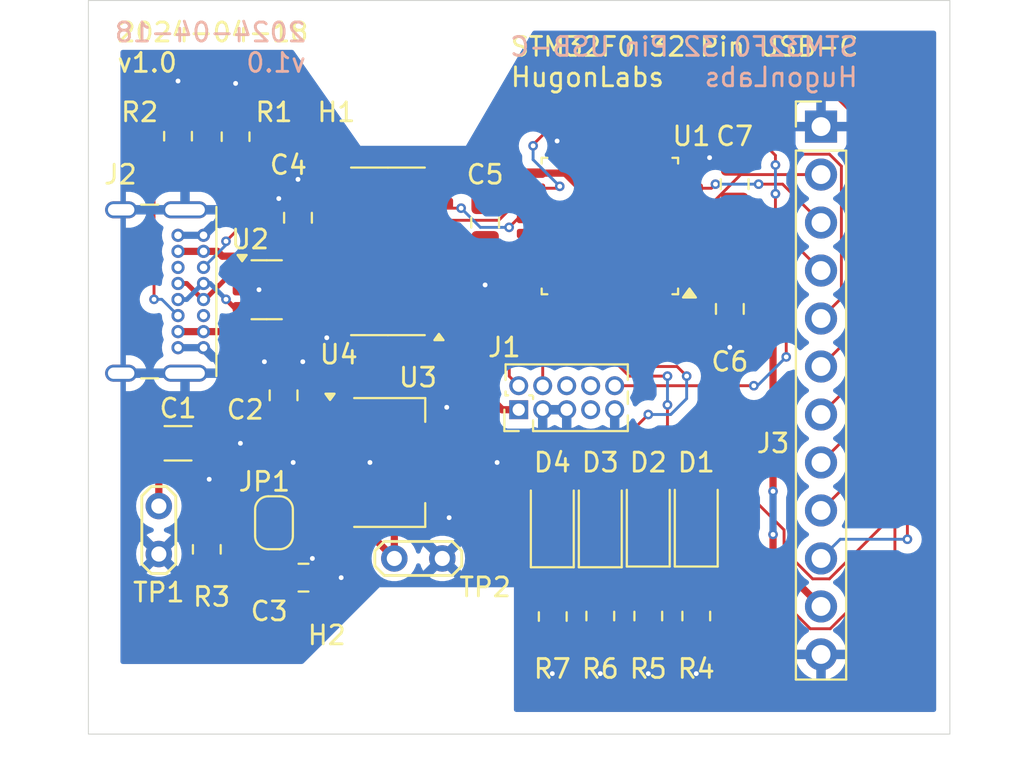
<source format=kicad_pcb>
(kicad_pcb (version 20240108) (generator "pcbnew") (generator_version "8.0")
  (title_block (title "STM32F0 32-pin USB-C") (date "2024-04-18") (rev "1.0") (company "HugonLabs"))
  (layers (0 "F.Cu" signal) (31 "B.Cu" signal) (34 "B.Paste" user) (35 "F.Paste" user) (36 "B.SilkS" user "B.Silkscreen") (37 "F.SilkS" user "F.Silkscreen") (38 "B.Mask" user) (39 "F.Mask" user) (44 "Edge.Cuts" user))
  (net 0 "")
  (net 1 "VBUS")
  (net 2 "GND")
  (net 3 "+3.3V")
  (net 4 "/NRESET")
  (net 5 "Net-(D1-K)")
  (net 6 "/PB0")
  (net 7 "/PB1")
  (net 8 "Net-(D2-K)")
  (net 9 "Net-(D3-K)")
  (net 10 "/PB3")
  (net 11 "Net-(D4-K)")
  (net 12 "/PB4")
  (net 15 "/PA14")
  (net 16 "/PA13")
  (net 18 "/USB_and_LDO/CC1")
  (net 20 "/USB_and_LDO/D+_conn")
  (net 22 "/USB_and_LDO/D-_conn")
  (net 23 "/USB_and_LDO/CC2")
  (net 24 "/PA4")
  (net 25 "/PA0")
  (net 26 "/PA2")
  (net 27 "/PA3")
  (net 28 "/PA6")
  (net 29 "/PA5")
  (net 30 "/PA8")
  (net 31 "/PA7")
  (net 32 "/PA1")
  (net 38 "/PA9")
  (net 43 "/PA10")
  (net 44 "/USB_and_LDO/D-_safe")
  (net 45 "/USB_and_LDO/D+_safe")
  (net 53 "/USB_and_LDO/ldo_jumper")
  (footprint "TestPoint:TestPoint_2Pads_Pitch2.54mm_Drill0.8mm" (layer "F.Cu") (at 96.794 98.044)
    (property "Reference" "TP2" (at 4.806 1.524 0) (layer "F.SilkS"))
    (property "Value" "TestPoint_2Pole")
    (pad "1" thru_hole circle (at 0 0) (size 1.4 1.4) (drill 0.8) (layers "*.Cu" "*.Mask") (net 3 "+3.3V"))
    (pad "2" thru_hole circle (at 2.54 0) (size 1.4 1.4) (drill 0.8) (layers "*.Cu" "*.Mask") (net 2 "GND"))
  )
  (footprint "Capacitor_SMD:C_1206_3216Metric_Pad1.33x1.80mm_HandSolder" (layer "F.Cu") (at 85.344 91.948)
    (property "Reference" "C1" (at 0 -1.85 0) (layer "F.SilkS"))
    (property "Value" "10u")
    (pad "1" smd roundrect (at -1.5625 0) (size 1.325 1.8) (layers "F.Cu" "F.Paste" "F.Mask") (roundrect_rratio 0.188679) (net 1 "VBUS"))
    (pad "2" smd roundrect (at 1.5625 0) (size 1.325 1.8) (layers "F.Cu" "F.Paste" "F.Mask") (roundrect_rratio 0.188679) (net 2 "GND"))
  )
  (footprint "Resistor_SMD:R_0805_2012Metric_Pad1.20x1.40mm_HandSolder" (layer "F.Cu") (at 107.696 101.092 -90)
    (property "Reference" "R6" (at 2.794 0 0) (layer "F.SilkS"))
    (property "Value" "270R")
    (pad "1" smd roundrect (at -1 0 270) (size 1.2 1.4) (layers "F.Cu" "F.Paste" "F.Mask") (roundrect_rratio 0.208333) (net 9 "Net-(D3-K)"))
    (pad "2" smd roundrect (at 1 0 270) (size 1.2 1.4) (layers "F.Cu" "F.Paste" "F.Mask") (roundrect_rratio 0.208333) (net 2 "GND"))
  )
  (footprint "Resistor_SMD:R_0805_2012Metric_Pad1.20x1.40mm_HandSolder" (layer "F.Cu") (at 88.392 75.718 90)
    (property "Reference" "R1" (at 1.296 2.032 180) (layer "F.SilkS"))
    (property "Value" "5K1")
    (pad "1" smd roundrect (at -1 0 90) (size 1.2 1.4) (layers "F.Cu" "F.Paste" "F.Mask") (roundrect_rratio 0.208333) (net 18 "/USB_and_LDO/CC1"))
    (pad "2" smd roundrect (at 1 0 90) (size 1.2 1.4) (layers "F.Cu" "F.Paste" "F.Mask") (roundrect_rratio 0.208333) (net 2 "GND"))
  )
  (footprint "Capacitor_SMD:C_0805_2012Metric_Pad1.18x1.45mm_HandSolder" (layer "F.Cu") (at 91.694 80.01 90)
    (property "Reference" "C4" (at 2.794 -0.508 180) (layer "F.SilkS"))
    (property "Value" "100n")
    (pad "1" smd roundrect (at -1.0375 0 90) (size 1.175 1.45) (layers "F.Cu" "F.Paste" "F.Mask") (roundrect_rratio 0.212766) (net 3 "+3.3V"))
    (pad "2" smd roundrect (at 1.0375 0 90) (size 1.175 1.45) (layers "F.Cu" "F.Paste" "F.Mask") (roundrect_rratio 0.212766) (net 2 "GND"))
  )
  (footprint "LED_SMD:LED_1206_3216Metric_Pad1.42x1.75mm_HandSolder" (layer "F.Cu") (at 105.156 96.0485 90)
    (property "Reference" "D4" (at 3.0845 0 0) (layer "F.SilkS"))
    (property "Value" "LED")
    (pad "1" smd roundrect (at -1.4875 0 90) (size 1.425 1.75) (layers "F.Cu" "F.Paste" "F.Mask") (roundrect_rratio 0.175439) (net 11 "Net-(D4-K)"))
    (pad "2" smd roundrect (at 1.4875 0 90) (size 1.425 1.75) (layers "F.Cu" "F.Paste" "F.Mask") (roundrect_rratio 0.175439) (net 12 "/PB4"))
  )
  (footprint "Jumper:SolderJumper-2_P1.3mm_Bridged_RoundedPad1.0x1.5mm" (layer "F.Cu") (at 90.424 96.154 90)
    (property "Reference" "JP1" (at 2.174 -0.508 0) (layer "F.SilkS"))
    (property "Value" "Jumper_2_Bridged")
    (fp_poly (pts (xy 0.25 -0.3) (xy -0.25 -0.3) (xy -0.25 0.3) (xy 0.25 0.3)) (fill solid) (layer "F.Cu"))
    (pad "1" smd custom (at -0.65 0 90) (size 1 0.5) (layers "F.Cu" "F.Mask") (net 53 "/USB_and_LDO/ldo_jumper") (options (clearance outline) (anchor rect)) (primitives (gr_circle (center 0 0.25) (end 0.5 0.25) (width 0) (fill yes)) (gr_circle (center 0 -0.25) (end 0.5 -0.25) (width 0) (fill yes)) (gr_poly (pts (xy 0.5 0.75) (xy 0 0.75) (xy 0 -0.75) (xy 0.5 -0.75)) (width 0) (fill yes))))
    (pad "2" smd custom (at 0.65 0 90) (size 1 0.5) (layers "F.Cu" "F.Mask") (net 3 "+3.3V") (options (clearance outline) (anchor rect)) (primitives (gr_circle (center 0 0.25) (end 0.5 0.25) (width 0) (fill yes)) (gr_circle (center 0 -0.25) (end 0.5 -0.25) (width 0) (fill yes)) (gr_poly (pts (xy 0 0.75) (xy -0.5 0.75) (xy -0.5 -0.75) (xy 0 -0.75)) (width 0) (fill yes))))
  )
  (footprint "Package_QFP:LQFP-32_7x7mm_P0.8mm" (layer "F.Cu") (at 108.204 80.448 180)
    (property "Reference" "U1" (at -4.318 4.756 180) (layer "F.SilkS"))
    (property "Value" "STM32F042K6Tx")
    (pad "1" smd roundrect (at -4.175 -2.8 180) (size 1.5 0.5) (layers "F.Cu" "F.Paste" "F.Mask") (net 3 "+3.3V"))
    (pad "2" smd roundrect (at -4.175 -2 180) (size 1.5 0.5) (layers "F.Cu" "F.Paste" "F.Mask"))
    (pad "3" smd roundrect (at -4.175 -1.2 180) (size 1.5 0.5) (layers "F.Cu" "F.Paste" "F.Mask"))
    (pad "4" smd roundrect (at -4.175 -0.4 180) (size 1.5 0.5) (layers "F.Cu" "F.Paste" "F.Mask") (net 4 "/NRESET"))
    (pad "5" smd roundrect (at -4.175 0.4 180) (size 1.5 0.5) (layers "F.Cu" "F.Paste" "F.Mask") (net 3 "+3.3V"))
    (pad "6" smd roundrect (at -4.175 1.2 180) (size 1.5 0.5) (layers "F.Cu" "F.Paste" "F.Mask") (net 25 "/PA0"))
    (pad "7" smd roundrect (at -4.175 2 180) (size 1.5 0.5) (layers "F.Cu" "F.Paste" "F.Mask") (net 32 "/PA1"))
    (pad "8" smd roundrect (at -4.175 2.8 180) (size 1.5 0.5) (layers "F.Cu" "F.Paste" "F.Mask") (net 26 "/PA2"))
    (pad "9" smd roundrect (at -2.8 4.175 180) (size 0.5 1.5) (layers "F.Cu" "F.Paste" "F.Mask") (net 27 "/PA3"))
    (pad "10" smd roundrect (at -2 4.175 180) (size 0.5 1.5) (layers "F.Cu" "F.Paste" "F.Mask") (net 24 "/PA4"))
    (pad "11" smd roundrect (at -1.2 4.175 180) (size 0.5 1.5) (layers "F.Cu" "F.Paste" "F.Mask") (net 29 "/PA5"))
    (pad "12" smd roundrect (at -0.4 4.175 180) (size 0.5 1.5) (layers "F.Cu" "F.Paste" "F.Mask") (net 28 "/PA6"))
    (pad "13" smd roundrect (at 0.4 4.175 180) (size 0.5 1.5) (layers "F.Cu" "F.Paste" "F.Mask") (net 31 "/PA7"))
    (pad "14" smd roundrect (at 1.2 4.175 180) (size 0.5 1.5) (layers "F.Cu" "F.Paste" "F.Mask") (net 6 "/PB0"))
    (pad "15" smd roundrect (at 2 4.175 180) (size 0.5 1.5) (layers "F.Cu" "F.Paste" "F.Mask") (net 7 "/PB1"))
    (pad "16" smd roundrect (at 2.8 4.175 180) (size 0.5 1.5) (layers "F.Cu" "F.Paste" "F.Mask") (net 2 "GND"))
    (pad "17" smd roundrect (at 4.175 2.8 180) (size 1.5 0.5) (layers "F.Cu" "F.Paste" "F.Mask") (net 3 "+3.3V"))
    (pad "18" smd roundrect (at 4.175 2 180) (size 1.5 0.5) (layers "F.Cu" "F.Paste" "F.Mask") (net 30 "/PA8"))
    (pad "19" smd roundrect (at 4.175 1.2 180) (size 1.5 0.5) (layers "F.Cu" "F.Paste" "F.Mask") (net 38 "/PA9"))
    (pad "20" smd roundrect (at 4.175 0.4 180) (size 1.5 0.5) (layers "F.Cu" "F.Paste" "F.Mask") (net 43 "/PA10"))
    (pad "21" smd roundrect (at 4.175 -0.4 180) (size 1.5 0.5) (layers "F.Cu" "F.Paste" "F.Mask"))
    (pad "22" smd roundrect (at 4.175 -1.2 180) (size 1.5 0.5) (layers "F.Cu" "F.Paste" "F.Mask"))
    (pad "23" smd roundrect (at 4.175 -2 180) (size 1.5 0.5) (layers "F.Cu" "F.Paste" "F.Mask") (net 16 "/PA13"))
    (pad "24" smd roundrect (at 4.175 -2.8 180) (size 1.5 0.5) (layers "F.Cu" "F.Paste" "F.Mask") (net 15 "/PA14"))
    (pad "25" smd roundrect (at 2.8 -4.175 180) (size 0.5 1.5) (layers "F.Cu" "F.Paste" "F.Mask"))
    (pad "26" smd roundrect (at 2 -4.175 180) (size 0.5 1.5) (layers "F.Cu" "F.Paste" "F.Mask") (net 10 "/PB3"))
    (pad "27" smd roundrect (at 1.2 -4.175 180) (size 0.5 1.5) (layers "F.Cu" "F.Paste" "F.Mask") (net 12 "/PB4"))
    (pad "28" smd roundrect (at 0.4 -4.175 180) (size 0.5 1.5) (layers "F.Cu" "F.Paste" "F.Mask"))
    (pad "29" smd roundrect (at -0.4 -4.175 180) (size 0.5 1.5) (layers "F.Cu" "F.Paste" "F.Mask"))
    (pad "30" smd roundrect (at -1.2 -4.175 180) (size 0.5 1.5) (layers "F.Cu" "F.Paste" "F.Mask"))
    (pad "31" smd roundrect (at -2 -4.175 180) (size 0.5 1.5) (layers "F.Cu" "F.Paste" "F.Mask"))
    (pad "32" smd roundrect (at -2.8 -4.175 180) (size 0.5 1.5) (layers "F.Cu" "F.Paste" "F.Mask") (net 2 "GND"))
  )
  (footprint "Capacitor_SMD:C_0805_2012Metric_Pad1.18x1.45mm_HandSolder" (layer "F.Cu") (at 90.932 89.408 90)
    (property "Reference" "C2" (at -0.762 -2.032 180) (layer "F.SilkS"))
    (property "Value" "1u")
    (pad "1" smd roundrect (at -1.0375 0 90) (size 1.175 1.45) (layers "F.Cu" "F.Paste" "F.Mask") (roundrect_rratio 0.212766) (net 1 "VBUS"))
    (pad "2" smd roundrect (at 1.0375 0 90) (size 1.175 1.45) (layers "F.Cu" "F.Paste" "F.Mask") (roundrect_rratio 0.212766) (net 2 "GND"))
  )
  (footprint "Resistor_SMD:R_0805_2012Metric_Pad1.20x1.40mm_HandSolder" (layer "F.Cu") (at 112.776 101.092 -90)
    (property "Reference" "R4" (at 2.794 0 0) (layer "F.SilkS"))
    (property "Value" "270R")
    (pad "1" smd roundrect (at -1 0 270) (size 1.2 1.4) (layers "F.Cu" "F.Paste" "F.Mask") (roundrect_rratio 0.208333) (net 5 "Net-(D1-K)"))
    (pad "2" smd roundrect (at 1 0 270) (size 1.2 1.4) (layers "F.Cu" "F.Paste" "F.Mask") (roundrect_rratio 0.208333) (net 2 "GND"))
  )
  (footprint "LED_SMD:LED_1206_3216Metric_Pad1.42x1.75mm_HandSolder" (layer "F.Cu") (at 110.236 96.012 90)
    (property "Reference" "D2" (at 3.048 0 0) (layer "F.SilkS"))
    (property "Value" "LED")
    (pad "1" smd roundrect (at -1.4875 0 90) (size 1.425 1.75) (layers "F.Cu" "F.Paste" "F.Mask") (roundrect_rratio 0.175439) (net 8 "Net-(D2-K)"))
    (pad "2" smd roundrect (at 1.4875 0 90) (size 1.425 1.75) (layers "F.Cu" "F.Paste" "F.Mask") (roundrect_rratio 0.175439) (net 7 "/PB1"))
  )
  (footprint "Capacitor_SMD:C_0805_2012Metric_Pad1.18x1.45mm_HandSolder" (layer "F.Cu") (at 114.554 84.836 -90)
    (property "Reference" "C6" (at 2.794 0 0) (layer "F.SilkS"))
    (property "Value" "100n")
    (pad "1" smd roundrect (at -1.0375 0 270) (size 1.175 1.45) (layers "F.Cu" "F.Paste" "F.Mask") (roundrect_rratio 0.212766) (net 3 "+3.3V"))
    (pad "2" smd roundrect (at 1.0375 0 270) (size 1.175 1.45) (layers "F.Cu" "F.Paste" "F.Mask") (roundrect_rratio 0.212766) (net 2 "GND"))
  )
  (footprint "TestPoint:TestPoint_2Pads_Pitch2.54mm_Drill0.8mm" (layer "F.Cu") (at 84.328 95.27 -90)
    (property "Reference" "TP1" (at 4.572 0 180) (layer "F.SilkS"))
    (property "Value" "TestPoint_2Pole")
    (pad "1" thru_hole circle (at 0 0 270) (size 1.4 1.4) (drill 0.8) (layers "*.Cu" "*.Mask") (net 1 "VBUS"))
    (pad "2" thru_hole circle (at 2.54 0 270) (size 1.4 1.4) (drill 0.8) (layers "*.Cu" "*.Mask") (net 2 "GND"))
  )
  (footprint "Package_TO_SOT_SMD:SOT-223-3_TabPin2" (layer "F.Cu") (at 96.52 92.964)
    (property "Reference" "U3" (at 1.524 -4.5 0) (layer "F.SilkS"))
    (property "Value" "MCP1755S")
    (pad "1" smd roundrect (at -3.15 -2.3) (size 2 1.5) (layers "F.Cu" "F.Paste" "F.Mask") (net 1 "VBUS"))
    (pad "2" smd roundrect (at -3.15 0) (size 2 1.5) (layers "F.Cu" "F.Paste" "F.Mask") (net 2 "GND"))
    (pad "2" smd roundrect (at 3.15 0) (size 2 3.8) (layers "F.Cu" "F.Paste" "F.Mask") (net 2 "GND"))
    (pad "3" smd roundrect (at -3.15 2.3) (size 2 1.5) (layers "F.Cu" "F.Paste" "F.Mask") (net 3 "+3.3V"))
  )
  (footprint "Connector_PinHeader_1.27mm:PinHeader_2x05_P1.27mm_Vertical" (layer "F.Cu") (at 103.378 90.17 90)
    (property "Reference" "J1" (at 3.302 -0.762 0) (layer "F.SilkS"))
    (property "Value" "Conn_ARM_JTAG_SWD_10")
    (pad "1" thru_hole rect (at 0 0 90) (size 1 1) (drill 0.65) (layers "*.Cu" "*.Mask") (net 3 "+3.3V"))
    (pad "2" thru_hole oval (at 1.27 0 90) (size 1 1) (drill 0.65) (layers "*.Cu" "*.Mask") (net 16 "/PA13"))
    (pad "3" thru_hole oval (at 0 1.27 90) (size 1 1) (drill 0.65) (layers "*.Cu" "*.Mask") (net 2 "GND"))
    (pad "4" thru_hole oval (at 1.27 1.27 90) (size 1 1) (drill 0.65) (layers "*.Cu" "*.Mask") (net 15 "/PA14"))
    (pad "5" thru_hole oval (at 0 2.54 90) (size 1 1) (drill 0.65) (layers "*.Cu" "*.Mask") (net 2 "GND"))
    (pad "6" thru_hole oval (at 1.27 2.54 90) (size 1 1) (drill 0.65) (layers "*.Cu" "*.Mask"))
    (pad "7" thru_hole oval (at 0 3.81 90) (size 1 1) (drill 0.65) (layers "*.Cu" "*.Mask"))
    (pad "8" thru_hole oval (at 1.27 3.81 90) (size 1 1) (drill 0.65) (layers "*.Cu" "*.Mask"))
    (pad "9" thru_hole oval (at 0 5.08 90) (size 1 1) (drill 0.65) (layers "*.Cu" "*.Mask") (net 2 "GND"))
    (pad "10" thru_hole oval (at 1.27 5.08 90) (size 1 1) (drill 0.65) (layers "*.Cu" "*.Mask") (net 4 "/NRESET"))
  )
  (footprint "Resistor_SMD:R_0805_2012Metric_Pad1.20x1.40mm_HandSolder" (layer "F.Cu") (at 110.236 101.092 -90)
    (property "Reference" "R5" (at 2.794 0 0) (layer "F.SilkS"))
    (property "Value" "270R")
    (pad "1" smd roundrect (at -1 0 270) (size 1.2 1.4) (layers "F.Cu" "F.Paste" "F.Mask") (roundrect_rratio 0.208333) (net 8 "Net-(D2-K)"))
    (pad "2" smd roundrect (at 1 0 270) (size 1.2 1.4) (layers "F.Cu" "F.Paste" "F.Mask") (roundrect_rratio 0.208333) (net 2 "GND"))
  )
  (footprint "Capacitor_SMD:C_0805_2012Metric_Pad1.18x1.45mm_HandSolder" (layer "F.Cu") (at 101.6 80.264 -90)
    (property "Reference" "C5" (at -2.54 0 0) (layer "F.SilkS"))
    (property "Value" "100n")
    (pad "1" smd roundrect (at -1.0375 0 270) (size 1.175 1.45) (layers "F.Cu" "F.Paste" "F.Mask") (roundrect_rratio 0.212766) (net 3 "+3.3V"))
    (pad "2" smd roundrect (at 1.0375 0 270) (size 1.175 1.45) (layers "F.Cu" "F.Paste" "F.Mask") (roundrect_rratio 0.212766) (net 2 "GND"))
  )
  (footprint "MountingHole:MountingHole_3.2mm_M3" (layer "F.Cu") (at 97.79 72.39)
    (property "Reference" "H1" (at -4.064 2.032 0) (layer "F.SilkS"))
    (property "Value" "M3")
    (pad "" np_thru_hole circle (at 0 0) (size 3.2 3.2) (drill 3.2) (layers "*.Cu" "*.Mask"))
  )
  (footprint "Resistor_SMD:R_0805_2012Metric_Pad1.20x1.40mm_HandSolder" (layer "F.Cu") (at 105.18 101.118 -90)
    (property "Reference" "R7" (at 2.768 0.024 0) (layer "F.SilkS"))
    (property "Value" "270R")
    (pad "1" smd roundrect (at -1 0 270) (size 1.2 1.4) (layers "F.Cu" "F.Paste" "F.Mask") (roundrect_rratio 0.208333) (net 11 "Net-(D4-K)"))
    (pad "2" smd roundrect (at 1 0 270) (size 1.2 1.4) (layers "F.Cu" "F.Paste" "F.Mask") (roundrect_rratio 0.208333) (net 2 "GND"))
  )
  (footprint "Connector_PinHeader_2.54mm:PinHeader_1x12_P2.54mm_Vertical" (layer "F.Cu") (at 119.38 75.184)
    (property "Reference" "J3" (at -2.54 16.764 0) (layer "F.SilkS"))
    (property "Value" "Conn_01x12")
    (pad "1" thru_hole rect (at 0 0) (size 1.7 1.7) (drill 1) (layers "*.Cu" "*.Mask") (net 2 "GND"))
    (pad "2" thru_hole oval (at 0 2.54) (size 1.7 1.7) (drill 1) (layers "*.Cu" "*.Mask") (net 25 "/PA0"))
    (pad "3" thru_hole oval (at 0 5.08) (size 1.7 1.7) (drill 1) (layers "*.Cu" "*.Mask") (net 32 "/PA1"))
    (pad "4" thru_hole oval (at 0 7.62) (size 1.7 1.7) (drill 1) (layers "*.Cu" "*.Mask") (net 26 "/PA2"))
    (pad "5" thru_hole oval (at 0 10.16) (size 1.7 1.7) (drill 1) (layers "*.Cu" "*.Mask") (net 27 "/PA3"))
    (pad "6" thru_hole oval (at 0 12.7) (size 1.7 1.7) (drill 1) (layers "*.Cu" "*.Mask") (net 24 "/PA4"))
    (pad "7" thru_hole oval (at 0 15.24) (size 1.7 1.7) (drill 1) (layers "*.Cu" "*.Mask") (net 29 "/PA5"))
    (pad "8" thru_hole oval (at 0 17.78) (size 1.7 1.7) (drill 1) (layers "*.Cu" "*.Mask") (net 28 "/PA6"))
    (pad "9" thru_hole oval (at 0 20.32) (size 1.7 1.7) (drill 1) (layers "*.Cu" "*.Mask") (net 31 "/PA7"))
    (pad "10" thru_hole oval (at 0 22.86) (size 1.7 1.7) (drill 1) (layers "*.Cu" "*.Mask") (net 30 "/PA8"))
    (pad "11" thru_hole oval (at 0 25.4) (size 1.7 1.7) (drill 1) (layers "*.Cu" "*.Mask") (net 3 "+3.3V"))
    (pad "12" thru_hole oval (at 0 27.94) (size 1.7 1.7) (drill 1) (layers "*.Cu" "*.Mask") (net 2 "GND"))
  )
  (footprint "Resistor_SMD:R_0805_2012Metric_Pad1.20x1.40mm_HandSolder" (layer "F.Cu") (at 85.344 75.692 90)
    (property "Reference" "R2" (at 1.27 -2.032 180) (layer "F.SilkS"))
    (property "Value" "5K1")
    (pad "1" smd roundrect (at -1 0 90) (size 1.2 1.4) (layers "F.Cu" "F.Paste" "F.Mask") (roundrect_rratio 0.208333) (net 23 "/USB_and_LDO/CC2"))
    (pad "2" smd roundrect (at 1 0 90) (size 1.2 1.4) (layers "F.Cu" "F.Paste" "F.Mask") (roundrect_rratio 0.208333) (net 2 "GND"))
  )
  (footprint "Package_SO:SOIC-14_3.9x8.7mm_P1.27mm" (layer "F.Cu") (at 96.455 81.788 180)
    (property "Reference" "U4" (at 2.602 -5.461 180) (layer "F.SilkS"))
    (property "Value" "MCP2221AxSL")
    (pad "1" smd roundrect (at -2.475 -3.81 180) (size 1.95 0.6) (layers "F.Cu" "F.Paste" "F.Mask") (net 3 "+3.3V"))
    (pad "2" smd roundrect (at -2.475 -2.54 180) (size 1.95 0.6) (layers "F.Cu" "F.Paste" "F.Mask"))
    (pad "3" smd roundrect (at -2.475 -1.27 180) (size 1.95 0.6) (layers "F.Cu" "F.Paste" "F.Mask"))
    (pad "4" smd roundrect (at -2.475 0 180) (size 1.95 0.6) (layers "F.Cu" "F.Paste" "F.Mask"))
    (pad "5" smd roundrect (at -2.475 1.27 180) (size 1.95 0.6) (layers "F.Cu" "F.Paste" "F.Mask") (net 38 "/PA9"))
    (pad "6" smd roundrect (at -2.475 2.54 180) (size 1.95 0.6) (layers "F.Cu" "F.Paste" "F.Mask") (net 43 "/PA10"))
    (pad "7" smd roundrect (at -2.475 3.81 180) (size 1.95 0.6) (layers "F.Cu" "F.Paste" "F.Mask"))
    (pad "8" smd roundrect (at 2.475 3.81 180) (size 1.95 0.6) (layers "F.Cu" "F.Paste" "F.Mask"))
    (pad "9" smd roundrect (at 2.475 2.54 180) (size 1.95 0.6) (layers "F.Cu" "F.Paste" "F.Mask"))
    (pad "10" smd roundrect (at 2.475 1.27 180) (size 1.95 0.6) (layers "F.Cu" "F.Paste" "F.Mask"))
    (pad "11" smd roundrect (at 2.475 0 180) (size 1.95 0.6) (layers "F.Cu" "F.Paste" "F.Mask") (net 3 "+3.3V"))
    (pad "12" smd roundrect (at 2.475 -1.27 180) (size 1.95 0.6) (layers "F.Cu" "F.Paste" "F.Mask") (net 44 "/USB_and_LDO/D-_safe"))
    (pad "13" smd roundrect (at 2.475 -2.54 180) (size 1.95 0.6) (layers "F.Cu" "F.Paste" "F.Mask") (net 45 "/USB_and_LDO/D+_safe"))
    (pad "14" smd roundrect (at 2.475 -3.81 180) (size 1.95 0.6) (layers "F.Cu" "F.Paste" "F.Mask") (net 2 "GND"))
  )
  (footprint "LED_SMD:LED_1206_3216Metric_Pad1.42x1.75mm_HandSolder" (layer "F.Cu") (at 112.776 96.012 90)
    (property "Reference" "D1" (at 3.048 0 0) (layer "F.SilkS"))
    (property "Value" "LED")
    (pad "1" smd roundrect (at -1.4875 0 90) (size 1.425 1.75) (layers "F.Cu" "F.Paste" "F.Mask") (roundrect_rratio 0.175439) (net 5 "Net-(D1-K)"))
    (pad "2" smd roundrect (at 1.4875 0 90) (size 1.425 1.75) (layers "F.Cu" "F.Paste" "F.Mask") (roundrect_rratio 0.175439) (net 6 "/PB0"))
  )
  (footprint "Resistor_SMD:R_0805_2012Metric_Pad1.20x1.40mm_HandSolder" (layer "F.Cu") (at 86.868 97.562 -90)
    (property "Reference" "R3" (at 2.514 -0.254 0) (layer "F.SilkS"))
    (property "Value" "??")
    (pad "1" smd roundrect (at -1 0 270) (size 1.2 1.4) (layers "F.Cu" "F.Paste" "F.Mask") (roundrect_rratio 0.208333) (net 3 "+3.3V"))
    (pad "2" smd roundrect (at 1 0 270) (size 1.2 1.4) (layers "F.Cu" "F.Paste" "F.Mask") (roundrect_rratio 0.208333) (net 53 "/USB_and_LDO/ldo_jumper"))
  )
  (footprint "Package_TO_SOT_SMD:SOT-23-6" (layer "F.Cu") (at 90.0375 83.82)
    (property "Reference" "U2" (at -0.8835 -2.667 0) (layer "F.SilkS"))
    (property "Value" "USBLC6-2SC6")
    (pad "1" smd roundrect (at -1.1375 -0.95) (size 1.325 0.6) (layers "F.Cu" "F.Paste" "F.Mask") (net 22 "/USB_and_LDO/D-_conn"))
    (pad "2" smd roundrect (at -1.1375 0) (size 1.325 0.6) (layers "F.Cu" "F.Paste" "F.Mask") (net 2 "GND"))
    (pad "3" smd roundrect (at -1.1375 0.95) (size 1.325 0.6) (layers "F.Cu" "F.Paste" "F.Mask") (net 20 "/USB_and_LDO/D+_conn"))
    (pad "4" smd roundrect (at 1.1375 0.95) (size 1.325 0.6) (layers "F.Cu" "F.Paste" "F.Mask") (net 45 "/USB_and_LDO/D+_safe"))
    (pad "5" smd roundrect (at 1.1375 0) (size 1.325 0.6) (layers "F.Cu" "F.Paste" "F.Mask") (net 1 "VBUS"))
    (pad "6" smd roundrect (at 1.1375 -0.95) (size 1.325 0.6) (layers "F.Cu" "F.Paste" "F.Mask") (net 44 "/USB_and_LDO/D-_safe"))
  )
  (footprint "LED_SMD:LED_1206_3216Metric_Pad1.42x1.75mm_HandSolder" (layer "F.Cu") (at 107.696 96.0485 90)
    (property "Reference" "D3" (at 3.0845 0 0) (layer "F.SilkS"))
    (property "Value" "LED")
    (pad "1" smd roundrect (at -1.4875 0 90) (size 1.425 1.75) (layers "F.Cu" "F.Paste" "F.Mask") (roundrect_rratio 0.175439) (net 9 "Net-(D3-K)"))
    (pad "2" smd roundrect (at 1.4875 0 90) (size 1.425 1.75) (layers "F.Cu" "F.Paste" "F.Mask") (roundrect_rratio 0.175439) (net 10 "/PB3"))
  )
  (footprint "Capacitor_SMD:C_0805_2012Metric_Pad1.18x1.45mm_HandSolder" (layer "F.Cu") (at 114.808 78.232 90)
    (property "Reference" "C7" (at 2.54 0 180) (layer "F.SilkS"))
    (property "Value" "100n")
    (pad "1" smd roundrect (at -1.0375 0 90) (size 1.175 1.45) (layers "F.Cu" "F.Paste" "F.Mask") (roundrect_rratio 0.212766) (net 4 "/NRESET"))
    (pad "2" smd roundrect (at 1.0375 0 90) (size 1.175 1.45) (layers "F.Cu" "F.Paste" "F.Mask") (roundrect_rratio 0.212766) (net 2 "GND"))
  )
  (footprint "AAAA_HugonLib:USB_C_Receptacle_GCT_USB4085_Reduced_Pad_Size" (layer "F.Cu") (at 86.694 80.938 -90)
    (property "Reference" "J2" (at -3.214 4.398 0) (layer "F.SilkS"))
    (property "Value" "USB_C_Receptacle_USB2.0_16P")
    (pad "A1" thru_hole circle (at 0 0 270) (size 0.69746 0.69746) (drill 0.4) (layers "*.Cu" "*.Mask") (net 2 "GND"))
    (pad "A4" thru_hole circle (at 0.85 0 270) (size 0.69746 0.69746) (drill 0.4) (layers "*.Cu" "*.Mask") (net 1 "VBUS"))
    (pad "A5" thru_hole circle (at 1.7 0 270) (size 0.69746 0.69746) (drill 0.4) (layers "*.Cu" "*.Mask") (net 18 "/USB_and_LDO/CC1"))
    (pad "A6" thru_hole circle (at 2.55 0 270) (size 0.69746 0.69746) (drill 0.4) (layers "*.Cu" "*.Mask") (net 20 "/USB_and_LDO/D+_conn"))
    (pad "A7" thru_hole circle (at 3.4 0 270) (size 0.69746 0.69746) (drill 0.4) (layers "*.Cu" "*.Mask") (net 22 "/USB_and_LDO/D-_conn"))
    (pad "A8" thru_hole circle (at 4.25 0 270) (size 0.69746 0.69746) (drill 0.4) (layers "*.Cu" "*.Mask"))
    (pad "A9" thru_hole circle (at 5.1 0 270) (size 0.69746 0.69746) (drill 0.4) (layers "*.Cu" "*.Mask") (net 1 "VBUS"))
    (pad "A12" thru_hole circle (at 5.95 0 270) (size 0.69746 0.69746) (drill 0.4) (layers "*.Cu" "*.Mask") (net 2 "GND"))
    (pad "B1" thru_hole circle (at 5.95 1.35 270) (size 0.69746 0.69746) (drill 0.4) (layers "*.Cu" "*.Mask") (net 2 "GND"))
    (pad "B4" thru_hole circle (at 5.1 1.35 270) (size 0.69746 0.69746) (drill 0.4) (layers "*.Cu" "*.Mask") (net 1 "VBUS"))
    (pad "B5" thru_hole circle (at 4.25 1.35 270) (size 0.69746 0.69746) (drill 0.4) (layers "*.Cu" "*.Mask") (net 23 "/USB_and_LDO/CC2"))
    (pad "B6" thru_hole circle (at 3.4 1.35 270) (size 0.69746 0.69746) (drill 0.4) (layers "*.Cu" "*.Mask") (net 20 "/USB_and_LDO/D+_conn"))
    (pad "B7" thru_hole circle (at 2.55 1.35 270) (size 0.69746 0.69746) (drill 0.4) (layers "*.Cu" "*.Mask") (net 22 "/USB_and_LDO/D-_conn"))
    (pad "B8" thru_hole circle (at 1.7 1.35 270) (size 0.69746 0.69746) (drill 0.4) (layers "*.Cu" "*.Mask"))
    (pad "B9" thru_hole circle (at 0.85 1.35 270) (size 0.69746 0.69746) (drill 0.4) (layers "*.Cu" "*.Mask") (net 1 "VBUS"))
    (pad "B12" thru_hole circle (at 0 1.35 270) (size 0.69746 0.69746) (drill 0.4) (layers "*.Cu" "*.Mask") (net 2 "GND"))
    (pad "S1" thru_hole oval (at -1.35 0.98 270) (size 0.9 2.4) (drill oval 0.6 2.1) (layers "*.Cu" "*.Mask") (net 2 "GND"))
    (pad "S1" thru_hole oval (at -1.35 4.36 270) (size 0.9 1.7) (drill oval 0.6 1.4) (layers "*.Cu" "*.Mask") (net 2 "GND"))
    (pad "S1" thru_hole oval (at 7.3 0.98 270) (size 0.9 2.4) (drill oval 0.6 2.1) (layers "*.Cu" "*.Mask") (net 2 "GND"))
    (pad "S1" thru_hole oval (at 7.3 4.36 270) (size 0.9 1.7) (drill oval 0.6 1.4) (layers "*.Cu" "*.Mask") (net 2 "GND"))
  )
  (footprint "Capacitor_SMD:C_0805_2012Metric_Pad1.18x1.45mm_HandSolder" (layer "F.Cu") (at 91.9865 99.06)
    (property "Reference" "C3" (at -1.8165 1.778 0) (layer "F.SilkS"))
    (property "Value" "1u")
    (pad "1" smd roundrect (at -1.0375 0) (size 1.175 1.45) (layers "F.Cu" "F.Paste" "F.Mask") (roundrect_rratio 0.212766) (net 53 "/USB_and_LDO/ldo_jumper"))
    (pad "2" smd roundrect (at 1.0375 0) (size 1.175 1.45) (layers "F.Cu" "F.Paste" "F.Mask") (roundrect_rratio 0.212766) (net 2 "GND"))
  )
  (footprint "MountingHole:MountingHole_3.2mm_M3" (layer "F.Cu") (at 97.79 103.632)
    (property "Reference" "H2" (at -4.572 -1.524 0) (layer "F.SilkS"))
    (property "Value" "M3")
    (pad "" np_thru_hole circle (at 0 0) (size 3.2 3.2) (drill 3.2) (layers "*.Cu" "*.Mask"))
  )
  (gr_rect (start 80.6 68.508) (end 126.2 107.342) (stroke (width 0.05)) (fill none) (layer "Edge.Cuts"))
  (gr_text "2024-04-18\nv1.0" (at 92.202 72.39 0) (layer "B.SilkS") (effects (font (size 1 1)) (justify left bottom mirror)))
  (gr_text "STM32F0 32 Pin USB-C\nHugonLabs\n" (at 121.412 73.152 0) (layer "B.SilkS") (effects (font (size 1 1)) (justify left bottom mirror)))
  (gr_text "STM32F0 32 Pin USB-C\nHugonLabs\n" (at 102.87 73.152 0) (layer "F.SilkS") (effects (font (size 1 1)) (justify left bottom)))
  (gr_text "2024-04-18\nv1.0" (at 82.042 72.39 0) (layer "F.SilkS") (effects (font (size 1 1)) (justify left bottom)))
  (segment (start 87.683571 82.042) (end 89.579406 82.042) (width 0.381) (layer "F.Cu") (net 1))
  (segment (start 84.328 92.474902) (end 84.328 95.27) (width 0.381) (layer "F.Cu") (net 1))
  (segment (start 89.0795 89.1565) (end 87.646402 89.1565) (width 0.381) (layer "F.Cu") (net 1))
  (segment (start 91.175 83.82) (end 90.617594 83.82) (width 0.381) (layer "F.Cu") (net 1))
  (segment (start 90.007 82.469594) (end 90.007 83.209406) (width 0.381) (layer "F.Cu") (net 1))
  (segment (start 86.694 81.788) (end 87.429571 81.788) (width 0.381) (layer "F.Cu") (net 1))
  (segment (start 87.646402 89.1565) (end 84.328 92.474902) (width 0.381) (layer "F.Cu") (net 1))
  (segment (start 87.429571 81.788) (end 87.683571 82.042) (width 0.381) (layer "F.Cu") (net 1))
  (segment (start 90.007 83.209406) (end 90.617594 83.82) (width 0.381) (layer "F.Cu") (net 1))
  (segment (start 90.007 85.170406) (end 89.139406 86.038) (width 0.381) (layer "F.Cu") (net 1))
  (segment (start 89.139406 86.038) (end 89.139406 86.120594) (width 0.381) (layer "F.Cu") (net 1))
  (segment (start 89.579406 82.042) (end 90.007 82.469594) (width 0.381) (layer "F.Cu") (net 1))
  (segment (start 89.0795 86.1805) (end 89.0795 89.1565) (width 0.381) (layer "F.Cu") (net 1))
  (segment (start 89.139406 86.120594) (end 89.0795 86.1805) (width 0.381) (layer "F.Cu") (net 1))
  (segment (start 90.007 84.430594) (end 90.007 85.170406) (width 0.381) (layer "F.Cu") (net 1))
  (segment (start 89.139406 86.038) (end 85.344 86.038) (width 0.381) (layer "F.Cu") (net 1))
  (segment (start 89.0795 89.1565) (end 90.587 90.664) (width 0.381) (layer "F.Cu") (net 1))
  (segment (start 85.344 81.788) (end 86.694 81.788) (width 0.381) (layer "F.Cu") (net 1))
  (segment (start 90.617594 83.82) (end 90.007 84.430594) (width 0.381) (layer "F.Cu") (net 1))
  (segment (start 90.587 90.664) (end 93.37 90.664) (width 0.381) (layer "F.Cu") (net 1))
  (segment (start 93.024 99.06) (end 93.98 99.06) (width 0.381) (layer "F.Cu") (net 2))
  (segment (start 101.6 81.8265) (end 101.6 83.566) (width 0.381) (layer "F.Cu") (net 2))
  (segment (start 91.948 87.63) (end 93.218 86.36) (width 0.381) (layer "F.Cu") (net 2))
  (segment (start 89.629764 83.82) (end 89.630257 83.819507) (width 0.381) (layer "F.Cu") (net 2))
  (segment (start 99.67 95.86) (end 99.695 95.885) (width 0.381) (layer "F.Cu") (net 2))
  (segment (start 93.024 98.612) (end 92.456 98.044) (width 0.381) (layer "F.Cu") (net 2))
  (segment (start 86.9065 91.948) (end 88.646 91.948) (width 0.381) (layer "F.Cu") (net 2))
  (segment (start 91.694 78.9725) (end 90.6995 78.9725) (width 0.381) (layer "F.Cu") (net 2))
  (segment (start 90.932 88.3705) (end 90.6565 88.3705) (width 0.381) (layer "F.Cu") (net 2))
  (segment (start 111.004 84.623) (end 112.2545 85.8735) (width 0.381) (layer "F.Cu") (net 2))
  (segment (start 90.932 88.3705) (end 91.2075 88.3705) (width 0.381) (layer "F.Cu") (net 2))
  (segment (start 105.404 76.273) (end 105.404 75.952) (width 0.381) (layer "F.Cu") (net 2))
  (segment (start 93.37 92.964) (end 91.44 92.964) (width 0.381) (layer "F.Cu") (net 2))
  (segment (start 107.696 102.642) (end 107.696 104.14) (width 0.381) (layer "F.Cu") (net 2))
  (segment (start 91.2075 88.3705) (end 91.948 87.63) (width 0.381) (layer "F.Cu") (net 2))
  (segment (start 110.236 102.642) (end 110.236 104.14) (width 0.381) (layer "F.Cu") (net 2))
  (segment (start 112.2545 85.8735) (end 114.554 85.8735) (width 0.381) (layer "F.Cu") (net 2))
  (segment (start 114.554 85.8735) (end 114.554 86.868) (width 0.381) (layer "F.Cu") (net 2))
  (segment (start 93.024 99.06) (end 93.024 98.612) (width 0.381) (layer "F.Cu") (net 2))
  (segment (start 90.6995 78.9725) (end 90.678 78.994) (width 0.381) (layer "F.Cu") (net 2))
  (segment (start 90.6565 88.3705) (end 89.916 87.63) (width 0.381) (layer "F.Cu") (net 2))
  (segment (start 88.392 74.168) (end 88.392 72.898) (width 0.381) (layer "F.Cu") (net 2))
  (segment (start 93.37 92.964) (end 95.504 92.964) (width 0.381) (layer "F.Cu") (net 2))
  (segment (start 93.218 86.36) (end 93.98 85.598) (width 0.381) (layer "F.Cu") (net 2))
  (segment (start 105.18 104.116) (end 105.156 104.14) (width 0.381) (layer "F.Cu") (net 2))
  (segment (start 114.808 76.6695) (end 113.640684 76.6695) (width 0.381) (layer "F.Cu") (net 2))
  (segment (start 88.9 83.82) (end 89.629764 83.82) (width 0.381) (layer "F.Cu") (net 2))
  (segment (start 113.640684 76.6695) (end 113.481192 76.828992) (width 0.381) (layer "F.Cu") (net 2))
  (segment (start 85.344 74.142) (end 85.344 72.771) (width 0.381) (layer "F.Cu") (net 2))
  (segment (start 86.9065 93.7645) (end 86.995 93.853) (width 0.381) (layer "F.Cu") (net 2))
  (segment (start 91.694 78.9725) (end 91.694 77.978) (width 0.381) (layer "F.Cu") (net 2))
  (segment (start 99.67 92.964) (end 102.235 92.964) (width 0.381) (layer "F.Cu") (net 2))
  (segment (start 105.404 75.952) (end 105.41 75.946) (width 0.381) (layer "F.Cu") (net 2))
  (segment (start 99.67 90.145) (end 99.568 90.043) (width 0.381) (layer "F.Cu") (net 2))
  (segment (start 99.67 92.964) (end 99.67 95.86) (width 0.381) (layer "F.Cu") (net 2))
  (segment (start 86.9065 91.948) (end 86.9065 93.7645) (width 0.381) (layer "F.Cu") (net 2))
  (segment (start 105.18 102.668) (end 105.18 104.116) (width 0.381) (layer "F.Cu") (net 2))
  (segment (start 99.67 92.964) (end 99.67 90.145) (width 0.381) (layer "F.Cu") (net 2))
  (segment (start 112.776 102.642) (end 112.776 104.14) (width 0.381) (layer "F.Cu") (net 2))
  (via (at 101.6 83.566) (size 0.508) (drill 0.254) (layers "F.Cu" "B.Cu") (net 2))
  (via (at 112.776 104.14) (size 0.508) (drill 0.254) (layers "F.Cu" "B.Cu") (net 2))
  (via (at 105.41 75.946) (size 0.508) (drill 0.254) (layers "F.Cu" "B.Cu") (net 2))
  (via (at 99.695 95.885) (size 0.508) (drill 0.254) (layers "F.Cu" "B.Cu") (net 2))
  (via (at 89.916 87.63) (size 0.508) (drill 0.254) (layers "F.Cu" "B.Cu") (net 2))
  (via (at 91.948 87.63) (size 0.508) (drill 0.254) (layers "F.Cu" "B.Cu") (net 2))
  (via (at 114.554 86.868) (size 0.508) (drill 0.254) (layers "F.Cu" "B.Cu") (net 2))
  (via (at 88.392 72.898) (size 0.508) (drill 0.254) (layers "F.Cu" "B.Cu") (net 2))
  (via (at 105.156 104.14) (size 0.508) (drill 0.254) (layers "F.Cu" "B.Cu") (net 2))
  (via (at 113.481192 76.828992) (size 0.508) (drill 0.254) (layers "F.Cu" "B.Cu") (net 2))
  (via (at 92.456 98.044) (size 0.508) (drill 0.254) (layers "F.Cu" "B.Cu") (net 2))
  (via (at 107.696 104.14) (size 0.508) (drill 0.254) (layers "F.Cu" "B.Cu") (net 2))
  (via (at 95.504 92.964) (size 0.508) (drill 0.254) (layers "F.Cu" "B.Cu") (net 2))
  (via (at 88.646 91.948) (size 0.508) (drill 0.254) (layers "F.Cu" "B.Cu") (net 2))
  (via (at 99.568 90.043) (size 0.508) (drill 0.254) (layers "F.Cu" "B.Cu") (net 2))
  (via (at 86.995 93.853) (size 0.508) (drill 0.254) (layers "F.Cu" "B.Cu") (net 2))
  (via (at 102.235 92.964) (size 0.508) (drill 0.254) (layers "F.Cu" "B.Cu") (net 2))
  (via (at 89.630257 83.819507) (size 0.508) (drill 0.254) (layers "F.Cu" "B.Cu") (net 2))
  (via (at 110.236 104.14) (size 0.508) (drill 0.254) (layers "F.Cu" "B.Cu") (net 2))
  (via (at 91.44 92.964) (size 0.508) (drill 0.254) (layers "F.Cu" "B.Cu") (net 2))
  (via (at 90.678 78.994) (size 0.508) (drill 0.254) (layers "F.Cu" "B.Cu") (net 2))
  (via (at 93.218 86.36) (size 0.508) (drill 0.254) (layers "F.Cu" "B.Cu") (net 2))
  (via (at 93.98 99.06) (size 0.508) (drill 0.254) (layers "F.Cu" "B.Cu") (net 2))
  (via (at 91.694 77.978) (size 0.508) (drill 0.254) (layers "F.Cu" "B.Cu") (net 2))
  (via (at 85.344 72.771) (size 0.508) (drill 0.254) (layers "F.Cu" "B.Cu") (net 2))
  (segment (start 85.344 86.888) (end 86.694 86.888) (width 0.381) (layer "B.Cu") (net 2))
  (segment (start 85.344 80.938) (end 86.694 80.938) (width 0.381) (layer "B.Cu") (net 2))
  (segment (start 96.032953 83.291047) (end 96.032953 79.055141) (width 0.381) (layer "F.Cu") (net 3))
  (segment (start 86.868 96.012) (end 87.616 95.264) (width 0.381) (layer "F.Cu") (net 3))
  (segment (start 116.84 98.044) (end 119.38 100.584) (width 0.381) (layer "F.Cu") (net 3))
  (segment (start 114.554 83.7985) (end 116.84 86.0845) (width 0.381) (layer "F.Cu") (net 3))
  (segment (start 116.84 96.774) (end 116.84 98.044) (width 0.381) (layer "F.Cu") (net 3))
  (segment (start 96.794 87.734) (end 98.93 85.598) (width 0.381) (layer "F.Cu") (net 3))
  (segment (start 102.497 90.17) (end 103.378 90.17) (width 0.381) (layer "F.Cu") (net 3))
  (segment (start 110.9595 83.2735) (end 114.029 83.2735) (width 0.381) (layer "F.Cu") (net 3))
  (segment (start 110.706 80.048) (end 110.49 80.264) (width 0.381) (layer "F.Cu") (net 3))
  (segment (start 114.029 83.2735) (end 114.554 83.7985) (width 0.381) (layer "F.Cu") (net 3))
  (segment (start 92.4345 81.788) (end 93.98 81.788) (width 0.381) (layer "F.Cu") (net 3))
  (segment (start 96.032953 79.055141) (end 97.854594 77.2335) (width 0.381) (layer "F.Cu") (net 3))
  (segment (start 110.49 80.264) (end 110.49 82.804) (width 0.381) (layer "F.Cu") (net 3))
  (segment (start 100.132 77.2335) (end 101.6 78.7015) (width 0.381) (layer "F.Cu") (net 3))
  (segment (start 91.694 81.0475) (end 92.4345 81.788) (width 0.381) (layer "F.Cu") (net 3))
  (segment (start 98.339906 85.598) (end 98.93 85.598) (width 0.381) (layer "F.Cu") (net 3))
  (segment (start 94.014 95.264) (end 96.794 98.044) (width 0.381) (layer "F.Cu") (net 3))
  (segment (start 108.458 80.264) (end 105.842 77.648) (width 0.381) (layer "F.Cu") (net 3))
  (segment (start 102.6535 77.648) (end 104.029 77.648) (width 0.381) (layer "F.Cu") (net 3))
  (segment (start 93.37 95.264) (end 94.014 95.264) (width 0.381) (layer "F.Cu") (net 3))
  (segment (start 87.616 95.264) (end 93.37 95.264) (width 0.381) (layer "F.Cu") (net 3))
  (segment (start 97.854594 77.2335) (end 100.132 77.2335) (width 0.381) (layer "F.Cu") (net 3))
  (segment (start 116.84 86.0845) (end 116.84 94.488) (width 0.381) (layer "F.Cu") (net 3))
  (segment (start 112.379 80.048) (end 110.706 80.048) (width 0.381) (layer "F.Cu") (net 3))
  (segment (start 101.6 78.7015) (end 102.6535 77.648) (width 0.381) (layer "F.Cu") (net 3))
  (segment (start 98.93 85.598) (end 98.868 85.66) (width 0.381) (layer "F.Cu") (net 3))
  (segment (start 110.49 80.264) (end 108.458 80.264) (width 0.381) (layer "F.Cu") (net 3))
  (segment (start 93.98 81.788) (end 94.529906 81.788) (width 0.381) (layer "F.Cu") (net 3))
  (segment (start 96.794 98.044) (end 96.794 87.734) (width 0.381) (layer "F.Cu") (net 3))
  (segment (start 105.842 77.648) (end 104.029 77.648) (width 0.381) (layer "F.Cu") (net 3))
  (segment (start 94.529906 81.788) (end 96.032953 83.291047) (width 0.381) (layer "F.Cu") (net 3))
  (segment (start 98.868 86.541) (end 102.497 90.17) (width 0.381) (layer "F.Cu") (net 3))
  (segment (start 110.49 82.804) (end 110.9595 83.2735) (width 0.381) (layer "F.Cu") (net 3))
  (segment (start 96.032953 83.291047) (end 98.339906 85.598) (width 0.381) (layer "F.Cu") (net 3))
  (segment (start 98.868 85.66) (end 98.868 86.541) (width 0.381) (layer "F.Cu") (net 3))
  (via (at 116.84 96.774) (size 0.508) (drill 0.254) (layers "F.Cu" "B.Cu") (net 3))
  (via (at 116.84 94.488) (size 0.508) (drill 0.254) (layers "F.Cu" "B.Cu") (net 3))
  (segment (start 116.84 94.488) (end 116.84 96.774) (width 0.381) (layer "B.Cu") (net 3))
  (segment (start 114.272454 80.848) (end 117.5385 84.114046) (width 0.1524) (layer "F.Cu") (net 4))
  (segment (start 114.808 79.7945) (end 113.7545 80.848) (width 0.1524) (layer "F.Cu") (net 4))
  (segment (start 117.5385 84.114046) (end 117.5385 87.376) (width 0.1524) (layer "F.Cu") (net 4))
  (segment (start 112.379 80.848) (end 114.272454 80.848) (width 0.1524) (layer "F.Cu") (net 4))
  (segment (start 113.7545 80.848) (end 112.379 80.848) (width 0.1524) (layer "F.Cu") (net 4))
  (segment (start 115.824 88.9) (end 108.458 88.9) (width 0.1524) (layer "F.Cu") (net 4))
  (via (at 117.5385 87.376) (size 0.508) (drill 0.254) (layers "F.Cu" "B.Cu") (net 4))
  (via (at 115.824 88.9) (size 0.508) (drill 0.254) (layers "F.Cu" "B.Cu") (net 4))
  (segment (start 117.5385 87.376) (end 116.0145 88.9) (width 0.1524) (layer "B.Cu") (net 4))
  (segment (start 116.0145 88.9) (end 115.824 88.9) (width 0.1524) (layer "B.Cu") (net 4))
  (segment (start 112.776 99.542) (end 112.776 97.4995) (width 0.1524) (layer "F.Cu") (net 5))
  (segment (start 117.4242 96.532016) (end 115.416684 94.5245) (width 0.1524) (layer "F.Cu") (net 6))
  (segment (start 119.826771 99.1226) (end 118.933229 99.1226) (width 0.1524) (layer "F.Cu") (net 6))
  (segment (start 122.9868 95.962571) (end 119.826771 99.1226) (width 0.1524) (layer "F.Cu") (net 6))
  (segment (start 115.416684 94.5245) (end 112.776 94.5245) (width 0.1524) (layer "F.Cu") (net 6))
  (segment (start 117.4242 97.613571) (end 117.4242 96.532016) (width 0.1524) (layer "F.Cu") (net 6))
  (segment (start 110.63667 72.1868) (end 120.723956 72.1868) (width 0.1524) (layer "F.Cu") (net 6))
  (segment (start 107.004 76.273) (end 107.004 75.81947) (width 0.1524) (layer "F.Cu") (net 6))
  (segment (start 120.723956 72.1868) (end 122.9868 74.449644) (width 0.1524) (layer "F.Cu") (net 6))
  (segment (start 107.004 75.81947) (end 110.63667 72.1868) (width 0.1524) (layer "F.Cu") (net 6))
  (segment (start 118.933229 99.1226) (end 117.4242 97.613571) (width 0.1524) (layer "F.Cu") (net 6))
  (segment (start 122.9868 74.449644) (end 122.9868 95.962571) (width 0.1524) (layer "F.Cu") (net 6))
  (segment (start 110.14147 71.882) (end 120.850208 71.882) (width 0.1524) (layer "F.Cu") (net 7))
  (segment (start 106.204 76.273) (end 106.204 75.81947) (width 0.1524) (layer "F.Cu") (net 7))
  (segment (start 112.51337 95.4656) (end 111.1771 95.4656) (width 0.1524) (layer "F.Cu") (net 7))
  (segment (start 119.868855 101.7642) (end 118.81197 101.7642) (width 0.1524) (layer "F.Cu") (net 7))
  (segment (start 106.204 75.81947) (end 110.14147 71.882) (width 0.1524) (layer "F.Cu") (net 7))
  (segment (start 123.2916 98.341455) (end 119.868855 101.7642) (width 0.1524) (layer "F.Cu") (net 7))
  (segment (start 111.1771 95.4656) (end 110.236 94.5245) (width 0.1524) (layer "F.Cu") (net 7))
  (segment (start 118.81197 101.7642) (end 112.51337 95.4656) (width 0.1524) (layer "F.Cu") (net 7))
  (segment (start 123.2916 74.323392) (end 123.2916 98.341455) (width 0.1524) (layer "F.Cu") (net 7))
  (segment (start 120.850208 71.882) (end 123.2916 74.323392) (width 0.1524) (layer "F.Cu") (net 7))
  (segment (start 110.236 99.542) (end 110.236 97.4995) (width 0.1524) (layer "F.Cu") (net 8))
  (segment (start 107.696 99.542) (end 107.696 97.536) (width 0.1524) (layer "F.Cu") (net 9))
  (segment (start 107.696 94.561) (end 111.252 91.005) (width 0.1524) (layer "F.Cu") (net 10))
  (segment (start 106.204 84.623) (end 106.204 85.372999) (width 0.1524) (layer "F.Cu") (net 10))
  (segment (start 111.252 91.005) (end 111.252 89.916) (width 0.1524) (layer "F.Cu") (net 10))
  (segment (start 109.223001 88.392) (end 111.252 88.392) (width 0.1524) (layer "F.Cu") (net 10))
  (segment (start 106.204 85.372999) (end 109.223001 88.392) (width 0.1524) (layer "F.Cu") (net 10))
  (via (at 111.252 88.392) (size 0.508) (drill 0.254) (layers "F.Cu" "B.Cu") (net 10))
  (via (at 111.252 89.916) (size 0.508) (drill 0.254) (layers "F.Cu" "B.Cu") (net 10))
  (segment (start 111.252 88.392) (end 111.252 89.916) (width 0.1524) (layer "B.Cu") (net 10))
  (segment (start 105.18 97.56) (end 105.156 97.536) (width 0.1524) (layer "F.Cu") (net 11))
  (segment (start 105.18 99.568) (end 105.18 97.56) (width 0.1524) (layer "F.Cu") (net 11))
  (segment (start 111.76 87.884) (end 112.268 88.392) (width 0.1524) (layer "F.Cu") (net 12))
  (segment (start 107.004 84.623) (end 107.004 85.372999) (width 0.1524) (layer "F.Cu") (net 12))
  (segment (start 109.515001 87.884) (end 111.76 87.884) (width 0.1524) (layer "F.Cu") (net 12))
  (segment (start 110.236 90.424) (end 107.0401 93.6199) (width 0.1524) (layer "F.Cu") (net 12))
  (segment (start 107.004 85.372999) (end 109.515001 87.884) (width 0.1524) (layer "F.Cu") (net 12))
  (segment (start 106.0971 93.6199) (end 105.156 94.561) (width 0.1524) (layer "F.Cu") (net 12))
  (segment (start 107.0401 93.6199) (end 106.0971 93.6199) (width 0.1524) (layer "F.Cu") (net 12))
  (via (at 112.268 88.392) (size 0.508) (drill 0.254) (layers "F.Cu" "B.Cu") (net 12))
  (via (at 110.236 90.424) (size 0.508) (drill 0.254) (layers "F.Cu" "B.Cu") (net 12))
  (segment (start 112.268 89.5825) (end 111.4265 90.424) (width 0.1524) (layer "B.Cu") (net 12))
  (segment (start 112.268 88.392) (end 112.268 89.5825) (width 0.1524) (layer "B.Cu") (net 12))
  (segment (start 111.4265 90.424) (end 110.236 90.424) (width 0.1524) (layer "B.Cu") (net 12))
  (segment (start 104.648 88.9) (end 104.648 83.867) (width 0.1524) (layer "F.Cu") (net 15))
  (segment (start 104.648 83.867) (end 104.029 83.248) (width 0.1524) (layer "F.Cu") (net 15))
  (segment (start 102.878001 88.400001) (end 102.878001 83.049999) (width 0.1524) (layer "F.Cu") (net 16))
  (segment (start 102.878001 83.049999) (end 103.48 82.448) (width 0.1524) (layer "F.Cu") (net 16))
  (segment (start 103.48 82.448) (end 104.029 82.448) (width 0.1524) (layer "F.Cu") (net 16))
  (segment (start 103.378 88.9) (end 102.878001 88.400001) (width 0.1524) (layer "F.Cu") (net 16))
  (segment (start 88.392 80.7466) (end 87.884 81.2546) (width 0.1524) (layer "F.Cu") (net 18))
  (segment (start 88.392 77.268) (end 88.392 80.7466) (width 0.1524) (layer "F.Cu") (net 18))
  (via (at 87.884 81.2546) (size 0.508) (drill 0.254) (layers "F.Cu" "B.Cu") (net 18))
  (segment (start 87.884 81.2546) (end 87.884 81.448) (width 0.1524) (layer "B.Cu") (net 18))
  (segment (start 87.884 81.448) (end 86.694 82.638) (width 0.1524) (layer "B.Cu") (net 18))
  (segment (start 88.326 84.77) (end 88.9 84.77) (width 0.254) (layer "F.Cu") (net 20))
  (segment (start 87.884 84.328) (end 88.326 84.77) (width 0.254) (layer "F.Cu") (net 20))
  (via (at 87.884 84.328) (size 0.508) (drill 0.254) (layers "F.Cu" "B.Cu") (net 20))
  (segment (start 86.694 83.488) (end 87.044 83.488) (width 0.254) (layer "B.Cu") (net 20))
  (segment (start 87.044 83.488) (end 87.884 84.328) (width 0.254) (layer "B.Cu") (net 20))
  (segment (start 85.803893 84.338) (end 86.653893 83.488) (width 0.254) (layer "B.Cu") (net 20))
  (segment (start 85.344 84.338) (end 85.803893 84.338) (width 0.254) (layer "B.Cu") (net 20))
  (segment (start 86.653893 83.488) (end 86.694 83.488) (width 0.254) (layer "B.Cu") (net 20))
  (segment (start 86.769501 84.338) (end 88.237501 82.87) (width 0.254) (layer "F.Cu") (net 22))
  (segment (start 85.803893 83.488) (end 86.653893 84.338) (width 0.254) (layer "F.Cu") (net 22))
  (segment (start 88.237501 82.87) (end 88.9 82.87) (width 0.254) (layer "F.Cu") (net 22))
  (segment (start 86.653893 84.338) (end 86.694 84.338) (width 0.254) (layer "F.Cu") (net 22))
  (segment (start 86.694 84.338) (end 86.769501 84.338) (width 0.254) (layer "F.Cu") (net 22))
  (segment (start 85.344 83.488) (end 85.803893 83.488) (width 0.254) (layer "F.Cu") (net 22))
  (segment (start 84.074 78.512) (end 84.074 84.328) (width 0.1524) (layer "F.Cu") (net 23))
  (segment (start 85.344 77.242) (end 84.074 78.512) (width 0.1524) (layer "F.Cu") (net 23))
  (via (at 84.074 84.328) (size 0.508) (drill 0.254) (layers "F.Cu" "B.Cu") (net 23))
  (segment (start 84.074 84.328) (end 84.484 84.328) (width 0.1524) (layer "B.Cu") (net 23))
  (segment (start 84.484 84.328) (end 85.344 85.188) (width 0.1524) (layer "B.Cu") (net 23))
  (segment (start 119.9624 73.406) (end 120.904 74.3476) (width 0.1524) (layer "F.Cu") (net 24))
  (segment (start 120.904 86.36) (end 119.38 87.884) (width 0.1524) (layer "F.Cu") (net 24))
  (segment (start 110.204 75.523001) (end 112.321001 73.406) (width 0.1524) (layer "F.Cu") (net 24))
  (segment (start 110.204 76.273) (end 110.204 75.523001) (width 0.1524) (layer "F.Cu") (net 24))
  (segment (start 112.321001 73.406) (end 119.9624 73.406) (width 0.1524) (layer "F.Cu") (net 24))
  (segment (start 120.904 74.3476) (end 120.904 86.36) (width 0.1524) (layer "F.Cu") (net 24))
  (segment (start 112.379 79.248) (end 113.60823 79.248) (width 0.1524) (layer "F.Cu") (net 25))
  (segment (start 113.60823 79.248) (end 115.13223 77.724) (width 0.1524) (layer "F.Cu") (net 25))
  (segment (start 115.13223 77.724) (end 119.38 77.724) (width 0.1524) (layer "F.Cu") (net 25))
  (segment (start 116.967 76.708) (end 116.967 77.089) (width 0.1524) (layer "F.Cu") (net 26))
  (segment (start 116.967 80.391) (end 119.38 82.804) (width 0.1524) (layer "F.Cu") (net 26))
  (segment (start 116.967 78.867) (end 116.967 80.391) (width 0.1524) (layer "F.Cu") (net 26))
  (segment (start 113.8072 75.6768) (end 115.9358 75.6768) (width 0.1524) (layer "F.Cu") (net 26))
  (segment (start 116.967 77.089) (end 117.094 77.216) (width 0.1524) (layer "F.Cu") (net 26))
  (segment (start 115.9358 75.6768) (end 116.967 76.708) (width 0.1524) (layer "F.Cu") (net 26))
  (segment (start 117.094 78.74) (end 116.967 78.867) (width 0.1524) (layer "F.Cu") (net 26))
  (segment (start 112.379 77.105) (end 113.8072 75.6768) (width 0.1524) (layer "F.Cu") (net 26))
  (segment (start 112.379 77.648) (end 112.379 77.105) (width 0.1524) (layer "F.Cu") (net 26))
  (via (at 116.967 78.74) (size 0.508) (drill 0.254) (layers "F.Cu" "B.Cu") (net 26))
  (via (at 116.967 77.216) (size 0.508) (drill 0.254) (layers "F.Cu" "B.Cu") (net 26))
  (segment (start 116.967 77.216) (end 116.967 78.74) (width 0.1524) (layer "B.Cu") (net 26))
  (segment (start 117.7934 76.6454) (end 119.826771 76.6454) (width 0.1524) (layer "F.Cu") (net 27))
  (segment (start 119.826771 76.6454) (end 120.4586 77.277229) (width 0.1524) (layer "F.Cu") (net 27))
  (segment (start 120.4586 77.277229) (end 120.4586 84.2654) (width 0.1524) (layer "F.Cu") (net 27))
  (segment (start 120.4586 84.2654) (end 119.38 85.344) (width 0.1524) (layer "F.Cu") (net 27))
  (segment (start 115.1518 74.0038) (end 117.7934 76.6454) (width 0.1524) (layer "F.Cu") (net 27))
  (segment (start 113.2732 74.0038) (end 115.1518 74.0038) (width 0.1524) (layer "F.Cu") (net 27))
  (segment (start 111.004 76.273) (end 113.2732 74.0038) (width 0.1524) (layer "F.Cu") (net 27))
  (segment (start 108.604 76.273) (end 108.604 75.81947) (width 0.1524) (layer "F.Cu") (net 28))
  (segment (start 120.471452 72.7964) (end 121.5136 73.838548) (width 0.1524) (layer "F.Cu") (net 28))
  (segment (start 108.604 75.81947) (end 111.62707 72.7964) (width 0.1524) (layer "F.Cu") (net 28))
  (segment (start 121.5136 73.838548) (end 121.5136 90.8304) (width 0.1524) (layer "F.Cu") (net 28))
  (segment (start 121.5136 90.8304) (end 119.38 92.964) (width 0.1524) (layer "F.Cu") (net 28))
  (segment (start 111.62707 72.7964) (end 120.471452 72.7964) (width 0.1524) (layer "F.Cu") (net 28))
  (segment (start 111.825801 73.1012) (end 120.3452 73.1012) (width 0.1524) (layer "F.Cu") (net 29))
  (segment (start 121.2088 73.9648) (end 121.2088 88.5952) (width 0.1524) (layer "F.Cu") (net 29))
  (segment (start 121.2088 88.5952) (end 119.38 90.424) (width 0.1524) (layer "F.Cu") (net 29))
  (segment (start 120.3452 73.1012) (end 121.2088 73.9648) (width 0.1524) (layer "F.Cu") (net 29))
  (segment (start 109.404 75.523001) (end 111.825801 73.1012) (width 0.1524) (layer "F.Cu") (net 29))
  (segment (start 109.404 76.273) (end 109.404 75.523001) (width 0.1524) (layer "F.Cu") (net 29))
  (segment (start 104.14 76.139786) (end 108.702586 71.5772) (width 0.1524) (layer "F.Cu") (net 30))
  (segment (start 104.14 76.2) (end 104.14 76.139786) (width 0.1524) (layer "F.Cu") (net 30))
  (segment (start 120.97646 71.5772) (end 123.952 74.55274) (width 0.1524) (layer "F.Cu") (net 30))
  (segment (start 108.702586 71.5772) (end 120.97646 71.5772) (width 0.1524) (layer "F.Cu") (net 30))
  (segment (start 104.029 78.448) (end 105.449585 78.448) (width 0.1524) (layer "F.Cu") (net 30))
  (segment (start 105.449585 78.448) (end 105.551085 78.3465) (width 0.1524) (layer "F.Cu") (net 30))
  (segment (start 123.952 74.55274) (end 123.952 97.028) (width 0.1524) (layer "F.Cu") (net 30))
  (via (at 123.952 97.028) (size 0.508) (drill 0.254) (layers "F.Cu" "B.Cu") (net 30))
  (via (at 105.551085 78.3465) (size 0.508) (drill 0.254) (layers "F.Cu" "B.Cu") (net 30))
  (via (at 104.14 76.2) (size 0.508) (drill 0.254) (layers "F.Cu" "B.Cu") (net 30))
  (segment (start 104.14 76.935415) (end 104.14 76.2) (width 0.1524) (layer "B.Cu") (net 30))
  (segment (start 105.551085 78.3465) (end 104.14 76.935415) (width 0.1524) (layer "B.Cu") (net 30))
  (segment (start 120.396 97.028) (end 119.38 98.044) (width 0.1524) (layer "B.Cu") (net 30))
  (segment (start 123.952 97.028) (end 120.396 97.028) (width 0.1524) (layer "B.Cu") (net 30))
  (segment (start 120.597704 72.4916) (end 122.682 74.575896) (width 0.1524) (layer "F.Cu") (net 31))
  (segment (start 110.835401 72.4916) (end 120.597704 72.4916) (width 0.1524) (layer "F.Cu") (net 31))
  (segment (start 107.804 76.273) (end 107.804 75.523001) (width 0.1524) (layer "F.Cu") (net 31))
  (segment (start 122.682 74.575896) (end 122.682 92.202) (width 0.1524) (layer "F.Cu") (net 31))
  (segment (start 122.682 92.202) (end 119.38 95.504) (width 0.1524) (layer "F.Cu") (net 31))
  (segment (start 107.804 75.523001) (end 110.835401 72.4916) (width 0.1524) (layer "F.Cu") (net 31))
  (segment (start 116.078 78.232) (end 117.348 78.232) (width 0.1524) (layer "F.Cu") (net 32))
  (segment (start 117.348 78.232) (end 119.38 80.264) (width 0.1524) (layer "F.Cu") (net 32))
  (segment (start 112.379 78.448) (end 113.576 78.448) (width 0.1524) (layer "F.Cu") (net 32))
  (segment (start 113.576 78.448) (end 113.792 78.232) (width 0.1524) (layer "F.Cu") (net 32))
  (via (at 116.078 78.232) (size 0.508) (drill 0.254) (layers "F.Cu" "B.Cu") (net 32))
  (via (at 113.792 78.232) (size 0.508) (drill 0.254) (layers "F.Cu" "B.Cu") (net 32))
  (segment (start 115.316 78.232) (end 113.792 78.232) (width 0.1524) (layer "B.Cu") (net 32))
  (segment (start 116.078 78.232) (end 115.316 78.232) (width 0.1524) (layer "B.Cu") (net 32))
  (segment (start 98.93 80.518) (end 99.3038 80.1442) (width 0.1524) (layer "F.Cu") (net 38))
  (segment (start 102.322254 80.1442) (end 103.218454 79.248) (width 0.1524) (layer "F.Cu") (net 38))
  (segment (start 99.3038 80.1442) (end 102.322254 80.1442) (width 0.1524) (layer "F.Cu") (net 38))
  (segment (start 103.218454 79.248) (end 104.029 79.248) (width 0.1524) (layer "F.Cu") (net 38))
  (segment (start 99.184 79.502) (end 98.93 79.248) (width 0.1524) (layer "F.Cu") (net 43))
  (segment (start 102.87 80.518) (end 103.34 80.048) (width 0.1524) (layer "F.Cu") (net 43))
  (segment (start 103.34 80.048) (end 104.029 80.048) (width 0.1524) (layer "F.Cu") (net 43))
  (segment (start 100.33 79.502) (end 99.184 79.502) (width 0.1524) (layer "F.Cu") (net 43))
  (via (at 100.33 79.502) (size 0.508) (drill 0.254) (layers "F.Cu" "B.Cu") (net 43))
  (via (at 102.87 80.518) (size 0.508) (drill 0.254) (layers "F.Cu" "B.Cu") (net 43))
  (segment (start 100.33 79.502) (end 101.346 80.518) (width 0.1524) (layer "B.Cu") (net 43))
  (segment (start 101.346 80.518) (end 102.87 80.518) (width 0.1524) (layer "B.Cu") (net 43))
  (segment (start 91.175 82.87) (end 93.792 82.87) (width 0.1524) (layer "F.Cu") (net 44))
  (segment (start 93.792 82.87) (end 93.98 83.058) (width 0.1524) (layer "F.Cu") (net 44))
  (segment (start 92.964 84.328) (end 93.98 84.328) (width 0.1524) (layer "F.Cu") (net 45))
  (segment (start 91.175 84.77) (end 92.522 84.77) (width 0.1524) (layer "F.Cu") (net 45))
  (segment (start 92.522 84.77) (end 92.964 84.328) (width 0.1524) (layer "F.Cu") (net 45))
  (segment (start 90.424 98.535) (end 90.949 99.06) (width 0.381) (layer "F.Cu") (net 53))
  (segment (start 90.424 96.804) (end 90.424 98.535) (width 0.381) (layer "F.Cu") (net 53))
  (segment (start 90.451 98.562) (end 90.949 99.06) (width 0.381) (layer "F.Cu") (net 53))
  (segment (start 86.868 98.562) (end 90.451 98.562) (width 0.381) (layer "F.Cu") (net 53))
  (zone (net 2) (net_name "GND") (layer "B.Cu") (name "gnd plane") (connect_pads (clearance 0.5)) (min_thickness 0.25) (fill yes (thermal_gap 0.5) (thermal_bridge_width 0.5))
    (polygon (pts (xy 125.476 70.104) (xy 125.476 106.172) (xy 103.124 106.172) (xy 103.124 99.568) (xy 96.012 99.568) (xy 91.948 103.632) (xy 82.296 103.632) (xy 82.296 71.12) (xy 91.44 71.12) (xy 94.996 76.2) (xy 100.584 76.2) (xy 104.14 70.104)))
  )
)
</source>
